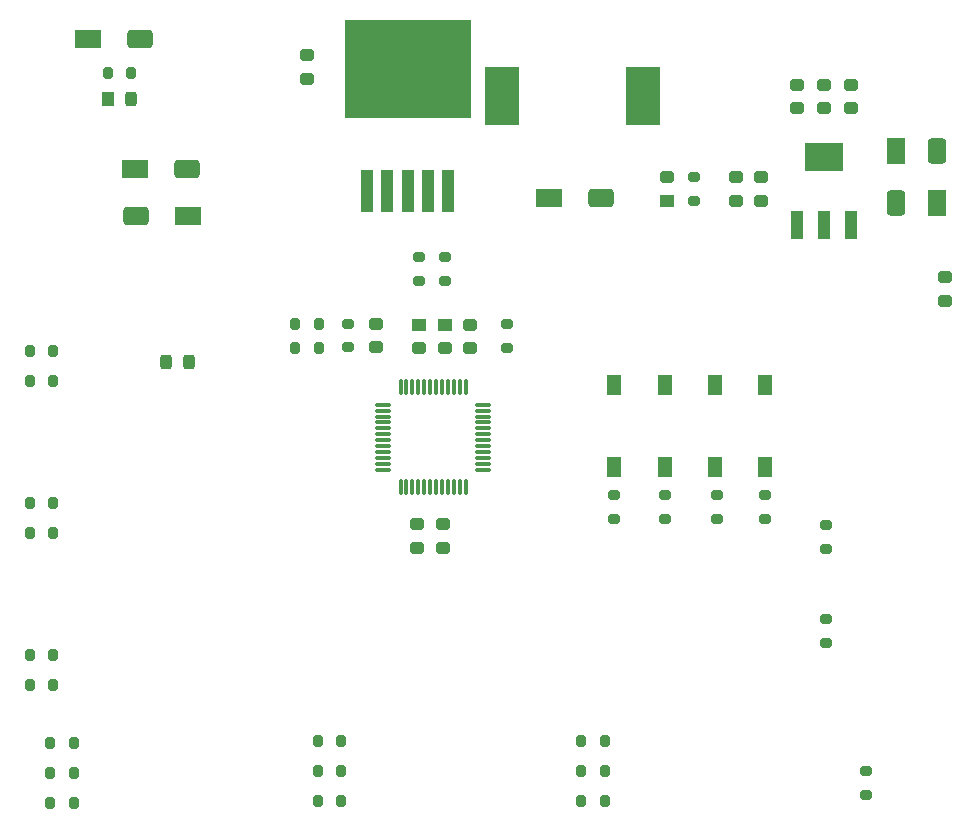
<source format=gtp>
G04*
G04 #@! TF.GenerationSoftware,Altium Limited,Altium Designer,24.8.2 (39)*
G04*
G04 Layer_Color=8421504*
%FSTAX24Y24*%
%MOIN*%
G70*
G04*
G04 #@! TF.SameCoordinates,E2E89361-0BB4-4F2D-B907-9D5CD4EE4A11*
G04*
G04*
G04 #@! TF.FilePolarity,Positive*
G04*
G01*
G75*
%ADD21O,0.0106X0.0591*%
%ADD22O,0.0591X0.0106*%
G04:AMPARAMS|DCode=23|XSize=31.5mil|YSize=39.4mil|CornerRadius=5.9mil|HoleSize=0mil|Usage=FLASHONLY|Rotation=0.000|XOffset=0mil|YOffset=0mil|HoleType=Round|Shape=RoundedRectangle|*
%AMROUNDEDRECTD23*
21,1,0.0315,0.0276,0,0,0.0*
21,1,0.0197,0.0394,0,0,0.0*
1,1,0.0118,0.0098,-0.0138*
1,1,0.0118,-0.0098,-0.0138*
1,1,0.0118,-0.0098,0.0138*
1,1,0.0118,0.0098,0.0138*
%
%ADD23ROUNDEDRECTD23*%
G04:AMPARAMS|DCode=24|XSize=31.5mil|YSize=39.4mil|CornerRadius=5.9mil|HoleSize=0mil|Usage=FLASHONLY|Rotation=270.000|XOffset=0mil|YOffset=0mil|HoleType=Round|Shape=RoundedRectangle|*
%AMROUNDEDRECTD24*
21,1,0.0315,0.0276,0,0,270.0*
21,1,0.0197,0.0394,0,0,270.0*
1,1,0.0118,-0.0138,-0.0098*
1,1,0.0118,-0.0138,0.0098*
1,1,0.0118,0.0138,0.0098*
1,1,0.0118,0.0138,-0.0098*
%
%ADD24ROUNDEDRECTD24*%
G04:AMPARAMS|DCode=25|XSize=39.4mil|YSize=47.2mil|CornerRadius=9.8mil|HoleSize=0mil|Usage=FLASHONLY|Rotation=90.000|XOffset=0mil|YOffset=0mil|HoleType=Round|Shape=RoundedRectangle|*
%AMROUNDEDRECTD25*
21,1,0.0394,0.0276,0,0,90.0*
21,1,0.0197,0.0472,0,0,90.0*
1,1,0.0197,0.0138,0.0098*
1,1,0.0197,0.0138,-0.0098*
1,1,0.0197,-0.0138,-0.0098*
1,1,0.0197,-0.0138,0.0098*
%
%ADD25ROUNDEDRECTD25*%
%ADD26R,0.0472X0.0394*%
G04:AMPARAMS|DCode=27|XSize=63mil|YSize=86.6mil|CornerRadius=15.7mil|HoleSize=0mil|Usage=FLASHONLY|Rotation=180.000|XOffset=0mil|YOffset=0mil|HoleType=Round|Shape=RoundedRectangle|*
%AMROUNDEDRECTD27*
21,1,0.0630,0.0551,0,0,180.0*
21,1,0.0315,0.0866,0,0,180.0*
1,1,0.0315,-0.0157,0.0276*
1,1,0.0315,0.0157,0.0276*
1,1,0.0315,0.0157,-0.0276*
1,1,0.0315,-0.0157,-0.0276*
%
%ADD27ROUNDEDRECTD27*%
%ADD28R,0.0630X0.0866*%
%ADD29R,0.0394X0.0945*%
%ADD30R,0.1299X0.0945*%
%ADD31R,0.1181X0.1969*%
%ADD32R,0.0394X0.0472*%
G04:AMPARAMS|DCode=33|XSize=39.4mil|YSize=47.2mil|CornerRadius=9.8mil|HoleSize=0mil|Usage=FLASHONLY|Rotation=0.000|XOffset=0mil|YOffset=0mil|HoleType=Round|Shape=RoundedRectangle|*
%AMROUNDEDRECTD33*
21,1,0.0394,0.0276,0,0,0.0*
21,1,0.0197,0.0472,0,0,0.0*
1,1,0.0197,0.0098,-0.0138*
1,1,0.0197,-0.0098,-0.0138*
1,1,0.0197,-0.0098,0.0138*
1,1,0.0197,0.0098,0.0138*
%
%ADD33ROUNDEDRECTD33*%
G04:AMPARAMS|DCode=34|XSize=63mil|YSize=86.6mil|CornerRadius=15.7mil|HoleSize=0mil|Usage=FLASHONLY|Rotation=90.000|XOffset=0mil|YOffset=0mil|HoleType=Round|Shape=RoundedRectangle|*
%AMROUNDEDRECTD34*
21,1,0.0630,0.0551,0,0,90.0*
21,1,0.0315,0.0866,0,0,90.0*
1,1,0.0315,0.0276,0.0157*
1,1,0.0315,0.0276,-0.0157*
1,1,0.0315,-0.0276,-0.0157*
1,1,0.0315,-0.0276,0.0157*
%
%ADD34ROUNDEDRECTD34*%
%ADD35R,0.0866X0.0630*%
%ADD36R,0.4197X0.3299*%
%ADD37R,0.0400X0.1400*%
%ADD38R,0.0472X0.0709*%
D21*
X016767Y019458D02*
D03*
X016964D02*
D03*
X017161D02*
D03*
X017358D02*
D03*
X017555D02*
D03*
X017752D02*
D03*
X017948D02*
D03*
X018145D02*
D03*
X018342D02*
D03*
X018539D02*
D03*
X018736D02*
D03*
X018933D02*
D03*
Y022804D02*
D03*
X018736D02*
D03*
X018539D02*
D03*
X018342D02*
D03*
X018145D02*
D03*
X017948D02*
D03*
X017752D02*
D03*
X017555D02*
D03*
X017358D02*
D03*
X017161D02*
D03*
X016964D02*
D03*
X016767D02*
D03*
D22*
X019523Y020048D02*
D03*
X019523Y020245D02*
D03*
X019523Y020442D02*
D03*
X019523Y020639D02*
D03*
X019523Y020836D02*
D03*
X019523Y021033D02*
D03*
X019523Y021229D02*
D03*
X019523Y021426D02*
D03*
X019523Y021623D02*
D03*
X019523Y02182D02*
D03*
X019523Y022017D02*
D03*
X019523Y022214D02*
D03*
X016177Y022214D02*
D03*
X016177Y022017D02*
D03*
X016177Y02182D02*
D03*
X016177Y021623D02*
D03*
X016177Y021426D02*
D03*
X016177Y02123D02*
D03*
X016177Y021033D02*
D03*
X016177Y020836D02*
D03*
X016177Y020639D02*
D03*
X016177Y020442D02*
D03*
X016177Y020245D02*
D03*
X016177Y020048D02*
D03*
D23*
X005198Y017929D02*
D03*
X004411D02*
D03*
X005198Y018929D02*
D03*
X004411D02*
D03*
X005198Y023992D02*
D03*
X004411D02*
D03*
X005198Y022992D02*
D03*
X004411D02*
D03*
X005198Y012859D02*
D03*
X004411D02*
D03*
X005198Y013871D02*
D03*
X004411D02*
D03*
X014047Y024905D02*
D03*
X01326D02*
D03*
X014047Y0241D02*
D03*
X01326D02*
D03*
X022791Y009D02*
D03*
X023578D02*
D03*
X022791Y01099D02*
D03*
X023578D02*
D03*
X022791Y01D02*
D03*
X023578D02*
D03*
X014Y01099D02*
D03*
X014787D02*
D03*
X014Y009993D02*
D03*
X014787D02*
D03*
X014Y008993D02*
D03*
X014787D02*
D03*
X00508Y01095D02*
D03*
X005867D02*
D03*
X00508Y00995D02*
D03*
X005867D02*
D03*
X00508Y00895D02*
D03*
X005867D02*
D03*
X007008Y033268D02*
D03*
X007795D02*
D03*
D24*
X03095Y014276D02*
D03*
Y015063D02*
D03*
X032283Y009206D02*
D03*
Y009994D02*
D03*
X03095Y017402D02*
D03*
Y018189D02*
D03*
X01825Y026337D02*
D03*
Y027125D02*
D03*
X017377Y026337D02*
D03*
Y027125D02*
D03*
X0203Y024106D02*
D03*
Y024894D02*
D03*
X015014Y024126D02*
D03*
Y024914D02*
D03*
X028917Y019199D02*
D03*
Y018412D02*
D03*
X025588Y019199D02*
D03*
Y018411D02*
D03*
X027302Y019199D02*
D03*
Y018411D02*
D03*
X02387Y019199D02*
D03*
Y018411D02*
D03*
X026547Y029016D02*
D03*
Y029803D02*
D03*
D25*
X018197Y018226D02*
D03*
Y017439D02*
D03*
X01732Y018226D02*
D03*
Y017439D02*
D03*
X015939Y024126D02*
D03*
Y024914D02*
D03*
X017377Y024097D02*
D03*
X01909D02*
D03*
Y024884D02*
D03*
X034915Y026457D02*
D03*
Y025669D02*
D03*
X02878Y029803D02*
D03*
Y029016D02*
D03*
X027933Y029803D02*
D03*
Y029016D02*
D03*
X029985Y032098D02*
D03*
Y032886D02*
D03*
X025642Y029803D02*
D03*
X030886Y032098D02*
D03*
Y032886D02*
D03*
X013661Y033083D02*
D03*
Y03387D02*
D03*
X031772Y032098D02*
D03*
Y032886D02*
D03*
X018255Y024097D02*
D03*
D26*
X017377Y024884D02*
D03*
X025642Y029016D02*
D03*
X018255Y024884D02*
D03*
D27*
X034646Y030669D02*
D03*
X033268Y028938D02*
D03*
D28*
X034646Y028937D02*
D03*
X033268Y030671D02*
D03*
D29*
X02998Y02819D02*
D03*
X030886D02*
D03*
X031791D02*
D03*
D30*
X030886Y030474D02*
D03*
D31*
X024864Y032492D02*
D03*
X020139D02*
D03*
D32*
X007008Y032402D02*
D03*
D33*
X007795D02*
D03*
X009725Y023652D02*
D03*
X008938D02*
D03*
D34*
X023433Y029096D02*
D03*
X007948Y028516D02*
D03*
X009648Y030065D02*
D03*
X008093Y034409D02*
D03*
D35*
X0217Y029096D02*
D03*
X009681Y028516D02*
D03*
X007916Y030065D02*
D03*
X006361Y034409D02*
D03*
D36*
X017002Y033405D02*
D03*
D37*
X018342Y029348D02*
D03*
X017672D02*
D03*
X017002D02*
D03*
X016332D02*
D03*
X015662D02*
D03*
D38*
X025588Y020127D02*
D03*
Y022883D02*
D03*
X023884Y020132D02*
D03*
Y022888D02*
D03*
X028917Y020127D02*
D03*
Y022883D02*
D03*
X027255Y020127D02*
D03*
Y022883D02*
D03*
M02*

</source>
